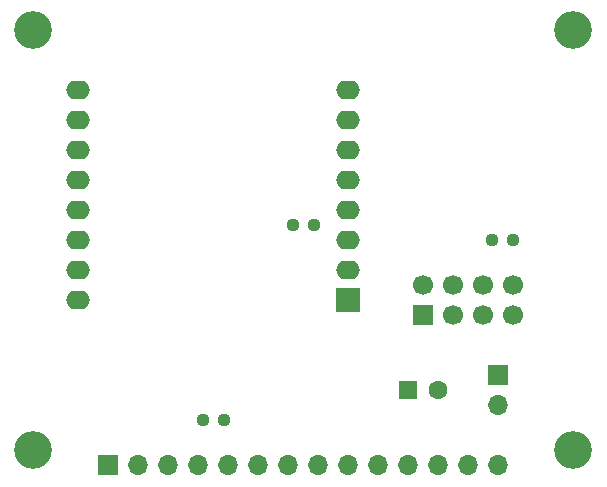
<source format=gbr>
%TF.GenerationSoftware,KiCad,Pcbnew,(6.0.7)*%
%TF.CreationDate,2022-11-27T11:05:52+01:00*%
%TF.ProjectId,RF24_esp8266_tft,52463234-5f65-4737-9038-3236365f7466,rev?*%
%TF.SameCoordinates,Original*%
%TF.FileFunction,Soldermask,Top*%
%TF.FilePolarity,Negative*%
%FSLAX46Y46*%
G04 Gerber Fmt 4.6, Leading zero omitted, Abs format (unit mm)*
G04 Created by KiCad (PCBNEW (6.0.7)) date 2022-11-27 11:05:52*
%MOMM*%
%LPD*%
G01*
G04 APERTURE LIST*
G04 Aperture macros list*
%AMRoundRect*
0 Rectangle with rounded corners*
0 $1 Rounding radius*
0 $2 $3 $4 $5 $6 $7 $8 $9 X,Y pos of 4 corners*
0 Add a 4 corners polygon primitive as box body*
4,1,4,$2,$3,$4,$5,$6,$7,$8,$9,$2,$3,0*
0 Add four circle primitives for the rounded corners*
1,1,$1+$1,$2,$3*
1,1,$1+$1,$4,$5*
1,1,$1+$1,$6,$7*
1,1,$1+$1,$8,$9*
0 Add four rect primitives between the rounded corners*
20,1,$1+$1,$2,$3,$4,$5,0*
20,1,$1+$1,$4,$5,$6,$7,0*
20,1,$1+$1,$6,$7,$8,$9,0*
20,1,$1+$1,$8,$9,$2,$3,0*%
G04 Aperture macros list end*
%ADD10C,1.700000*%
%ADD11R,1.700000X1.700000*%
%ADD12O,1.700000X1.700000*%
%ADD13C,3.200000*%
%ADD14RoundRect,0.237500X0.250000X0.237500X-0.250000X0.237500X-0.250000X-0.237500X0.250000X-0.237500X0*%
%ADD15RoundRect,0.237500X-0.250000X-0.237500X0.250000X-0.237500X0.250000X0.237500X-0.250000X0.237500X0*%
%ADD16R,1.600000X1.600000*%
%ADD17C,1.600000*%
%ADD18R,2.000000X2.000000*%
%ADD19O,2.000000X1.600000*%
G04 APERTURE END LIST*
D10*
%TO.C,U2*%
X167640000Y-97790000D03*
X167640000Y-100330000D03*
X165100000Y-97790000D03*
X165100000Y-100330000D03*
X162560000Y-97790000D03*
X162560000Y-100330000D03*
X160020000Y-97790000D03*
D11*
X160020000Y-100330000D03*
%TD*%
%TO.C,J2*%
X133360000Y-113030000D03*
D12*
X135900000Y-113030000D03*
X138440000Y-113030000D03*
X140980000Y-113030000D03*
X143520000Y-113030000D03*
X146060000Y-113030000D03*
X148600000Y-113030000D03*
X151140000Y-113030000D03*
X153680000Y-113030000D03*
X156220000Y-113030000D03*
X158760000Y-113030000D03*
X161300000Y-113030000D03*
X163840000Y-113030000D03*
X166380000Y-113030000D03*
%TD*%
D13*
%TO.C,H2*%
X172720000Y-76200000D03*
%TD*%
D14*
%TO.C,R3*%
X143152500Y-109220000D03*
X141327500Y-109220000D03*
%TD*%
D15*
%TO.C,R2*%
X165815000Y-93980000D03*
X167640000Y-93980000D03*
%TD*%
D16*
%TO.C,C1*%
X158750000Y-106680000D03*
D17*
X161250000Y-106680000D03*
%TD*%
D13*
%TO.C,H3*%
X127000000Y-111760000D03*
%TD*%
%TO.C,H1*%
X127000000Y-76200000D03*
%TD*%
D14*
%TO.C,R1*%
X150772500Y-92710000D03*
X148947500Y-92710000D03*
%TD*%
D11*
%TO.C,J1*%
X166370000Y-105410000D03*
D12*
X166370000Y-107950000D03*
%TD*%
D13*
%TO.C,H4*%
X172720000Y-111760000D03*
%TD*%
D18*
%TO.C,U1*%
X153670000Y-99060000D03*
D19*
X153670000Y-96520000D03*
X153670000Y-93980000D03*
X153670000Y-91440000D03*
X153670000Y-88900000D03*
X153670000Y-86360000D03*
X153670000Y-83820000D03*
X153670000Y-81280000D03*
X130810000Y-81280000D03*
X130810000Y-83820000D03*
X130810000Y-86360000D03*
X130810000Y-88900000D03*
X130810000Y-91440000D03*
X130810000Y-93980000D03*
X130810000Y-96520000D03*
X130810000Y-99060000D03*
%TD*%
M02*

</source>
